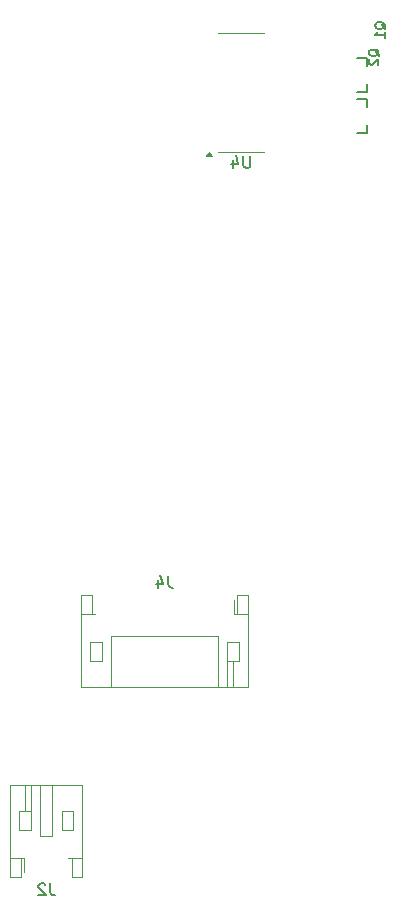
<source format=gbr>
%TF.GenerationSoftware,KiCad,Pcbnew,9.0.2*%
%TF.CreationDate,2025-12-20T20:47:09+01:00*%
%TF.ProjectId,Home sensor ESP32,486f6d65-2073-4656-9e73-6f7220455350,rev?*%
%TF.SameCoordinates,Original*%
%TF.FileFunction,Legend,Bot*%
%TF.FilePolarity,Positive*%
%FSLAX46Y46*%
G04 Gerber Fmt 4.6, Leading zero omitted, Abs format (unit mm)*
G04 Created by KiCad (PCBNEW 9.0.2) date 2025-12-20 20:47:09*
%MOMM*%
%LPD*%
G01*
G04 APERTURE LIST*
%ADD10C,0.150000*%
%ADD11C,0.120000*%
%ADD12C,0.203200*%
G04 APERTURE END LIST*
D10*
X78333333Y-114954819D02*
X78333333Y-115669104D01*
X78333333Y-115669104D02*
X78380952Y-115811961D01*
X78380952Y-115811961D02*
X78476190Y-115907200D01*
X78476190Y-115907200D02*
X78619047Y-115954819D01*
X78619047Y-115954819D02*
X78714285Y-115954819D01*
X77904761Y-115050057D02*
X77857142Y-115002438D01*
X77857142Y-115002438D02*
X77761904Y-114954819D01*
X77761904Y-114954819D02*
X77523809Y-114954819D01*
X77523809Y-114954819D02*
X77428571Y-115002438D01*
X77428571Y-115002438D02*
X77380952Y-115050057D01*
X77380952Y-115050057D02*
X77333333Y-115145295D01*
X77333333Y-115145295D02*
X77333333Y-115240533D01*
X77333333Y-115240533D02*
X77380952Y-115383390D01*
X77380952Y-115383390D02*
X77952380Y-115954819D01*
X77952380Y-115954819D02*
X77333333Y-115954819D01*
X106716485Y-42613809D02*
X106678390Y-42537619D01*
X106678390Y-42537619D02*
X106602200Y-42461428D01*
X106602200Y-42461428D02*
X106487914Y-42347142D01*
X106487914Y-42347142D02*
X106449819Y-42270952D01*
X106449819Y-42270952D02*
X106449819Y-42194761D01*
X106640295Y-42232857D02*
X106602200Y-42156666D01*
X106602200Y-42156666D02*
X106526009Y-42080476D01*
X106526009Y-42080476D02*
X106373628Y-42042380D01*
X106373628Y-42042380D02*
X106106961Y-42042380D01*
X106106961Y-42042380D02*
X105954580Y-42080476D01*
X105954580Y-42080476D02*
X105878390Y-42156666D01*
X105878390Y-42156666D02*
X105840295Y-42232857D01*
X105840295Y-42232857D02*
X105840295Y-42385238D01*
X105840295Y-42385238D02*
X105878390Y-42461428D01*
X105878390Y-42461428D02*
X105954580Y-42537619D01*
X105954580Y-42537619D02*
X106106961Y-42575714D01*
X106106961Y-42575714D02*
X106373628Y-42575714D01*
X106373628Y-42575714D02*
X106526009Y-42537619D01*
X106526009Y-42537619D02*
X106602200Y-42461428D01*
X106602200Y-42461428D02*
X106640295Y-42385238D01*
X106640295Y-42385238D02*
X106640295Y-42232857D01*
X106640295Y-43337618D02*
X106640295Y-42880475D01*
X106640295Y-43109047D02*
X105840295Y-43109047D01*
X105840295Y-43109047D02*
X105954580Y-43032856D01*
X105954580Y-43032856D02*
X106030771Y-42956666D01*
X106030771Y-42956666D02*
X106068866Y-42880475D01*
X95261904Y-53354819D02*
X95261904Y-54164342D01*
X95261904Y-54164342D02*
X95214285Y-54259580D01*
X95214285Y-54259580D02*
X95166666Y-54307200D01*
X95166666Y-54307200D02*
X95071428Y-54354819D01*
X95071428Y-54354819D02*
X94880952Y-54354819D01*
X94880952Y-54354819D02*
X94785714Y-54307200D01*
X94785714Y-54307200D02*
X94738095Y-54259580D01*
X94738095Y-54259580D02*
X94690476Y-54164342D01*
X94690476Y-54164342D02*
X94690476Y-53354819D01*
X93785714Y-53688152D02*
X93785714Y-54354819D01*
X94023809Y-53307200D02*
X94261904Y-54021485D01*
X94261904Y-54021485D02*
X93642857Y-54021485D01*
X106188485Y-44923809D02*
X106150390Y-44847619D01*
X106150390Y-44847619D02*
X106074200Y-44771428D01*
X106074200Y-44771428D02*
X105959914Y-44657142D01*
X105959914Y-44657142D02*
X105921819Y-44580952D01*
X105921819Y-44580952D02*
X105921819Y-44504761D01*
X106112295Y-44542857D02*
X106074200Y-44466666D01*
X106074200Y-44466666D02*
X105998009Y-44390476D01*
X105998009Y-44390476D02*
X105845628Y-44352380D01*
X105845628Y-44352380D02*
X105578961Y-44352380D01*
X105578961Y-44352380D02*
X105426580Y-44390476D01*
X105426580Y-44390476D02*
X105350390Y-44466666D01*
X105350390Y-44466666D02*
X105312295Y-44542857D01*
X105312295Y-44542857D02*
X105312295Y-44695238D01*
X105312295Y-44695238D02*
X105350390Y-44771428D01*
X105350390Y-44771428D02*
X105426580Y-44847619D01*
X105426580Y-44847619D02*
X105578961Y-44885714D01*
X105578961Y-44885714D02*
X105845628Y-44885714D01*
X105845628Y-44885714D02*
X105998009Y-44847619D01*
X105998009Y-44847619D02*
X106074200Y-44771428D01*
X106074200Y-44771428D02*
X106112295Y-44695238D01*
X106112295Y-44695238D02*
X106112295Y-44542857D01*
X105388485Y-45190475D02*
X105350390Y-45228571D01*
X105350390Y-45228571D02*
X105312295Y-45304761D01*
X105312295Y-45304761D02*
X105312295Y-45495237D01*
X105312295Y-45495237D02*
X105350390Y-45571428D01*
X105350390Y-45571428D02*
X105388485Y-45609523D01*
X105388485Y-45609523D02*
X105464676Y-45647618D01*
X105464676Y-45647618D02*
X105540866Y-45647618D01*
X105540866Y-45647618D02*
X105655152Y-45609523D01*
X105655152Y-45609523D02*
X106112295Y-45152380D01*
X106112295Y-45152380D02*
X106112295Y-45647618D01*
X88333333Y-88904819D02*
X88333333Y-89619104D01*
X88333333Y-89619104D02*
X88380952Y-89761961D01*
X88380952Y-89761961D02*
X88476190Y-89857200D01*
X88476190Y-89857200D02*
X88619047Y-89904819D01*
X88619047Y-89904819D02*
X88714285Y-89904819D01*
X87428571Y-89238152D02*
X87428571Y-89904819D01*
X87666666Y-88857200D02*
X87904761Y-89571485D01*
X87904761Y-89571485D02*
X87285714Y-89571485D01*
D11*
%TO.C,J2*%
X74940000Y-106590000D02*
X81060000Y-106590000D01*
X74940000Y-112810000D02*
X75860000Y-112810000D01*
X74940000Y-114410000D02*
X74940000Y-106590000D01*
X75700000Y-108850000D02*
X76700000Y-108850000D01*
X75700000Y-110450000D02*
X75700000Y-108850000D01*
X75860000Y-112810000D02*
X75860000Y-114410000D01*
X75860000Y-114410000D02*
X74940000Y-114410000D01*
X76140000Y-112810000D02*
X75860000Y-112810000D01*
X76140000Y-112810000D02*
X76140000Y-114025000D01*
X76200000Y-108850000D02*
X76200000Y-106590000D01*
X76700000Y-108850000D02*
X76700000Y-106590000D01*
X76700000Y-108850000D02*
X76700000Y-110450000D01*
X76700000Y-110450000D02*
X75700000Y-110450000D01*
X77500000Y-106590000D02*
X77500000Y-110950000D01*
X77500000Y-110950000D02*
X78500000Y-110950000D01*
X78500000Y-110950000D02*
X78500000Y-106590000D01*
X79300000Y-108850000D02*
X79300000Y-110450000D01*
X79300000Y-110450000D02*
X80300000Y-110450000D01*
X80140000Y-112810000D02*
X79860000Y-112810000D01*
X80140000Y-114410000D02*
X80140000Y-112810000D01*
X80300000Y-108850000D02*
X79300000Y-108850000D01*
X80300000Y-110450000D02*
X80300000Y-108850000D01*
X81060000Y-106590000D02*
X81060000Y-114410000D01*
X81060000Y-112810000D02*
X80140000Y-112810000D01*
X81060000Y-114410000D02*
X80140000Y-114410000D01*
D12*
%TO.C,Q1*%
X104347600Y-47922400D02*
X105160400Y-47922400D01*
X105160400Y-45077600D02*
X104347600Y-45077600D01*
X105160400Y-45736400D02*
X105160400Y-45077600D01*
X105160400Y-47922400D02*
X105160400Y-47263600D01*
D11*
%TO.C,U4*%
X94500000Y-42940000D02*
X92550000Y-42940000D01*
X94500000Y-42940000D02*
X96450000Y-42940000D01*
X94500000Y-53060000D02*
X92550000Y-53060000D01*
X94500000Y-53060000D02*
X96450000Y-53060000D01*
X92040000Y-53335000D02*
X91560000Y-53335000D01*
X91800000Y-53005000D01*
X92040000Y-53335000D01*
G36*
X92040000Y-53335000D02*
G01*
X91560000Y-53335000D01*
X91800000Y-53005000D01*
X92040000Y-53335000D01*
G37*
D12*
%TO.C,Q2*%
X104347600Y-51422400D02*
X105160400Y-51422400D01*
X105160400Y-48577600D02*
X104347600Y-48577600D01*
X105160400Y-49236400D02*
X105160400Y-48577600D01*
X105160400Y-51422400D02*
X105160400Y-50763600D01*
D11*
%TO.C,J4*%
X80940000Y-90540000D02*
X81860000Y-90540000D01*
X80940000Y-92140000D02*
X81860000Y-92140000D01*
X80940000Y-98360000D02*
X80940000Y-90540000D01*
X81700000Y-94500000D02*
X81700000Y-96100000D01*
X81700000Y-96100000D02*
X82700000Y-96100000D01*
X81860000Y-90540000D02*
X81860000Y-92140000D01*
X81860000Y-92140000D02*
X82140000Y-92140000D01*
X82700000Y-94500000D02*
X81700000Y-94500000D01*
X82700000Y-96100000D02*
X82700000Y-94500000D01*
X83500000Y-94000000D02*
X83500000Y-98360000D01*
X92500000Y-94000000D02*
X83500000Y-94000000D01*
X92500000Y-98360000D02*
X92500000Y-94000000D01*
X93300000Y-94500000D02*
X94300000Y-94500000D01*
X93300000Y-96100000D02*
X93300000Y-94500000D01*
X93300000Y-96100000D02*
X93300000Y-98360000D01*
X93800000Y-96100000D02*
X93800000Y-98360000D01*
X93860000Y-92140000D02*
X93860000Y-90925000D01*
X93860000Y-92140000D02*
X94140000Y-92140000D01*
X94140000Y-90540000D02*
X95060000Y-90540000D01*
X94140000Y-92140000D02*
X94140000Y-90540000D01*
X94300000Y-94500000D02*
X94300000Y-96100000D01*
X94300000Y-96100000D02*
X93300000Y-96100000D01*
X95060000Y-90540000D02*
X95060000Y-98360000D01*
X95060000Y-92140000D02*
X94140000Y-92140000D01*
X95060000Y-98360000D02*
X80940000Y-98360000D01*
%TD*%
M02*

</source>
